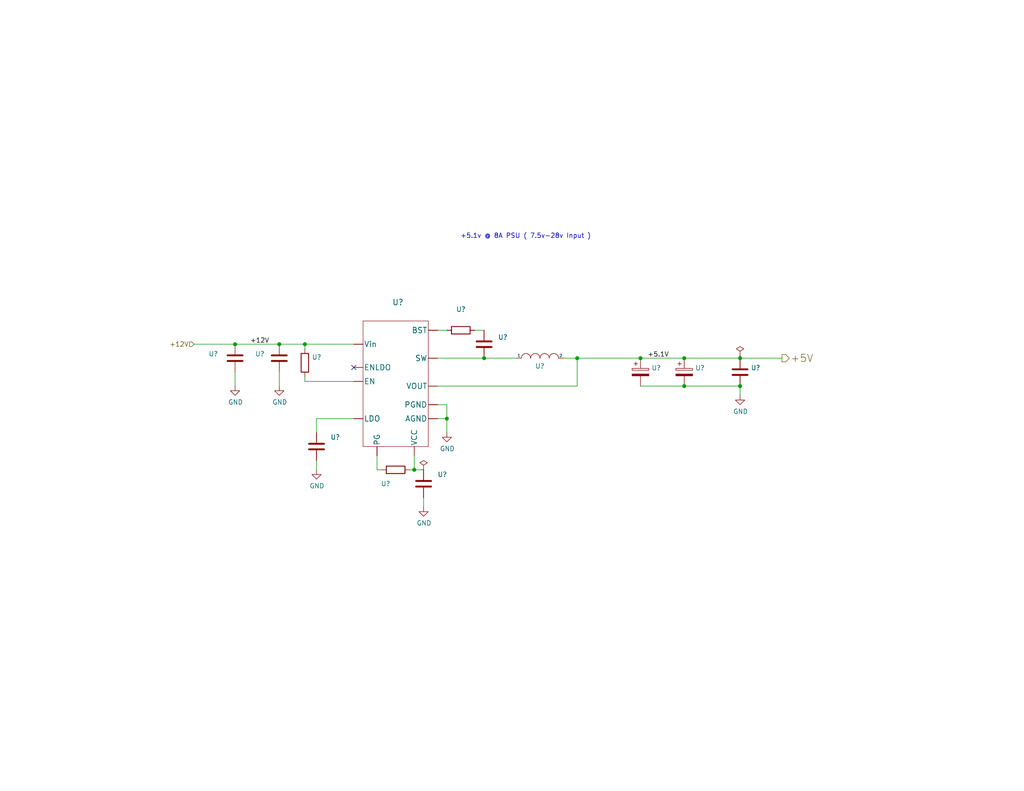
<source format=kicad_sch>
(kicad_sch (version 20220904) (generator eeschema)
  (paper "USLetter")
  (title_block (title "Penta-Pi") (date "2022-09-05") (rev "2.0") (comment 1 "fjc"))
  (lib_symbols
    (symbol "CM4IO:NB679A" (pin_numbers hide) (pin_names (offset 0.254))
      (property "Reference" "U" (at 15.24 13.97 0))
      (property "Value" "NB679A" (at 16.51 10.16 0))
      (symbol "NB679A_1_1"
        (polyline (pts (xy 7.62 -26.67) (xy 25.4 -26.67)) (stroke (width 0.127)))
        (polyline (pts (xy 7.62 7.62) (xy 7.62 -26.67)) (stroke (width 0.127)))
        (polyline (pts (xy 25.4 -26.67) (xy 25.4 7.62)) (stroke (width 0.127)))
        (polyline (pts (xy 25.4 7.62) (xy 7.62 7.62)) (stroke (width 0.127)))
        (pin power_in line (at 5.08 1.27 0) (length 2.54) (name "Vin") (number "1"))
        (pin power_in line (at 27.94 -19.05 180) (length 2.54) (name "AGND") (number "10"))
        (pin input line (at 5.08 -8.89 0) (length 2.54) (name "EN") (number "11"))
        (pin input line (at 5.08 -5.08 0) (length 2.54) (name "ENLDO") (number "12"))
        (pin power_in line (at 27.94 -15.24 180) (length 2.54) (name "PGND") (number "2"))
        (pin passive line (at 11.43 -29.21 90) (length 2.54) (name "PG") (number "3"))
        (pin no_connect line (at 5.08 -15.24 0) (length 2.54) hide (name "NC") (number "4"))
        (pin input line (at 27.94 -10.16 180) (length 2.54) (name "VOUT") (number "5"))
        (pin passive line (at 5.08 -19.05 0) (length 2.54) (name "LDO") (number "6"))
        (pin passive line (at 27.94 -2.54 180) (length 2.54) (name "SW") (number "7"))
        (pin passive line (at 27.94 5.08 180) (length 2.54) (name "BST") (number "8"))
        (pin power_in line (at 21.59 -29.21 90) (length 2.54) (name "VCC") (number "9"))
      )
    )
    (symbol "Device:C" (pin_numbers hide) (pin_names (offset 0.254))
      (property "Reference" "C" (at 0.635 2.54 0))
      (property "Value" "C" (at 0.635 -2.54 0))
      (symbol "C_0_1"
        (polyline (pts (xy -2.032 -0.762) (xy 2.032 -0.762)) (stroke (width 0.508)))
        (polyline (pts (xy -2.032 0.762) (xy 2.032 0.762)) (stroke (width 0.508)))
      )
      (symbol "C_1_1"
        (pin passive line (at 0 3.81 270) (length 2.794) (name "~") (number "1"))
        (pin passive line (at 0 -3.81 90) (length 2.794) (name "~") (number "2"))
      )
    )
    (symbol "Device:C_Polarized" (pin_numbers hide) (pin_names (offset 0.254))
      (property "Reference" "C" (at 0.635 2.54 0))
      (property "Value" "C_Polarized" (at 0.635 -2.54 0))
      (symbol "C_Polarized_0_1"
        (rectangle (start -2.286 0.508) (end 2.286 1.016))
        (polyline (pts (xy -1.778 2.286) (xy -0.762 2.286)))
        (polyline (pts (xy -1.27 2.794) (xy -1.27 1.778)))
        (rectangle (start 2.286 -0.508) (end -2.286 -1.016) (fill (type outline)))
      )
      (symbol "C_Polarized_1_1"
        (pin passive line (at 0 3.81 270) (length 2.794) (name "~") (number "1"))
        (pin passive line (at 0 -3.81 90) (length 2.794) (name "~") (number "2"))
      )
    )
    (symbol "Device:R" (pin_numbers hide) (pin_names (offset 0))
      (property "Reference" "R" (at 2.032 0 90))
      (property "Value" "R" (at 0 0 90))
      (symbol "R_0_1"
        (rectangle (start -1.016 -2.54) (end 1.016 2.54) (stroke (width 0.254)))
      )
      (symbol "R_1_1"
        (pin passive line (at 0 3.81 270) (length 1.27) (name "~") (number "1"))
        (pin passive line (at 0 -3.81 90) (length 1.27) (name "~") (number "2"))
      )
    )
    (symbol "power:GND" (power) (pin_names (offset 0))
      (property "Value" "GND" (at 0 -3.81 0))
      (symbol "GND_0_1"
        (polyline (pts (xy 0 0) (xy 0 -1.27) (xy 1.27 -1.27) (xy 0 -2.54) (xy -1.27 -1.27) (xy 0 -1.27)))
      )
      (symbol "GND_1_1"
        (pin power_in line (at 0 0 270) (length 0) hide (name "GND") (number "1"))
      )
    )
    (symbol "power:PWR_FLAG" (power) (pin_numbers hide) (pin_names (offset 0) hide)
      (property "Value" "PWR_FLAG" (at 0 3.81 0))
      (symbol "PWR_FLAG_0_0"
        (pin power_out line (at 0 0 90) (length 0) (name "pwr") (number "1"))
      )
      (symbol "PWR_FLAG_0_1"
        (polyline (pts (xy 0 0) (xy 0 1.27) (xy -1.016 1.905) (xy 0 2.54) (xy 1.016 1.905) (xy 0 1.27)))
      )
    )
    (symbol "pspice:INDUCTOR" (pin_numbers hide) (pin_names (offset 0))
      (property "Reference" "L" (at 0 2.54 0))
      (property "Value" "INDUCTOR" (at 0 -1.27 0))
      (symbol "INDUCTOR_0_1"
        (arc (start -2.54 0) (mid -3.81 1.27) (end -5.08 0))
        (arc (start 0 0) (mid -1.27 1.27) (end -2.54 0))
        (arc (start 2.54 0) (mid 1.27 1.27) (end 0 0))
        (arc (start 5.08 0) (mid 3.81 1.27) (end 2.54 0))
      )
      (symbol "INDUCTOR_1_1"
        (pin input line (at -6.35 0 0) (length 1.27) (name "1") (number "1"))
        (pin input line (at 6.35 0 180) (length 1.27) (name "2") (number "2"))
      )
    )
  )
  (junction (at 201.93 97.79) (diameter 0.9144))
  (junction (at 76.2 93.98) (diameter 0.9144))
  (junction (at 64.135 93.98) (diameter 0.9144))
  (junction (at 186.69 97.79) (diameter 0.9144))
  (junction (at 132.08 97.79) (diameter 0.9144))
  (junction (at 83.185 93.98) (diameter 0.9144))
  (junction (at 121.92 114.3) (diameter 0.9144))
  (junction (at 186.69 105.41))
  (junction (at 113.03 128.27) (diameter 0.9144))
  (junction (at 174.752 97.79))
  (junction (at 157.48 97.79) (diameter 0.9144))
  (junction (at 201.93 105.41) (diameter 0.9144))
  (no_connect (at 96.52 100.33))
  (wire (pts (xy 119.38 110.49) (xy 121.92 110.49)))
  (wire (pts (xy 201.93 97.79) (xy 213.36 97.79)))
  (wire (pts (xy 157.48 105.41) (xy 157.48 97.79)))
  (wire (pts (xy 86.36 114.3) (xy 96.52 114.3)))
  (wire (pts (xy 83.185 104.14) (xy 83.185 102.87)))
  (wire (pts (xy 64.135 93.98) (xy 76.2 93.98)))
  (wire (pts (xy 119.38 105.41) (xy 157.48 105.41)))
  (wire (pts (xy 113.03 128.27) (xy 113.03 124.46)))
  (wire (pts (xy 52.959 93.98) (xy 64.135 93.98)))
  (wire (pts (xy 186.69 105.41) (xy 201.93 105.41)))
  (wire (pts (xy 132.08 97.79) (xy 140.97 97.79)))
  (wire (pts (xy 102.87 128.27) (xy 104.14 128.27)))
  (wire (pts (xy 111.76 128.27) (xy 113.03 128.27)))
  (wire (pts (xy 83.185 104.14) (xy 96.52 104.14)))
  (wire (pts (xy 174.752 105.41) (xy 186.69 105.41)))
  (wire (pts (xy 113.03 128.27) (xy 115.57 128.27)))
  (wire (pts (xy 76.2 101.6) (xy 76.2 105.41)))
  (wire (pts (xy 86.36 125.73) (xy 86.36 128.27)))
  (wire (pts (xy 201.93 97.79) (xy 186.69 97.79)))
  (wire (pts (xy 121.92 118.11) (xy 121.92 114.3)))
  (wire (pts (xy 157.48 97.79) (xy 174.752 97.79)))
  (wire (pts (xy 119.38 114.3) (xy 121.92 114.3)))
  (wire (pts (xy 121.92 110.49) (xy 121.92 114.3)))
  (wire (pts (xy 83.185 93.98) (xy 83.185 95.25)))
  (wire (pts (xy 174.752 97.79) (xy 186.69 97.79)))
  (wire (pts (xy 153.67 97.79) (xy 157.48 97.79)))
  (wire (pts (xy 201.93 105.41) (xy 201.93 107.95)))
  (wire (pts (xy 119.38 97.79) (xy 132.08 97.79)))
  (wire (pts (xy 129.54 90.17) (xy 132.08 90.17)))
  (wire (pts (xy 201.93 97.155) (xy 201.93 97.79)))
  (wire (pts (xy 119.38 90.17) (xy 121.92 90.17)))
  (wire (pts (xy 64.135 101.6) (xy 64.135 105.41)))
  (wire (pts (xy 86.36 118.11) (xy 86.36 114.3)))
  (wire (pts (xy 76.2 93.98) (xy 83.185 93.98)))
  (wire (pts (xy 83.185 93.98) (xy 96.52 93.98)))
  (wire (pts (xy 102.87 124.46) (xy 102.87 128.27)))
  (wire (pts (xy 115.57 135.89) (xy 115.57 138.43)))
  (text "+5.1v @ 8A PSU ( 7.5v-28v Input )" (at 161.29 65.278 0) (effects (font (size 1.27 1.27)) (justify right bottom)))
  (label "+5.1V" (at 176.657 97.79 0))
  (label "+12V" (at 68.199 93.98 0))
  (hierarchical_label "+12V" (shape input) (at 52.959 93.98 180))
  (hierarchical_label "+5V" (shape output) (at 213.36 97.79 0) (effects (font (size 2.007 2.007))))
  (symbol (lib_id "Device:C_Polarized") (at 186.69 101.6 0) (unit 1)
    (default_instance (reference "") (unit 1) (value "") (footprint ""))
    (property "Datasheet" "https://datasheets.avx.com/TPS.pdf" (effects hide))
    (property "Part Description" "CAP TANT 100UF 10% 10V 2917" (effects hide))
    (property "LCSC Part Number" "C171666" (effects hide))
  )
  (symbol (lib_id "Device:C_Polarized") (at 174.752 101.6 0) (unit 1)
    (default_instance (reference "") (unit 1) (value "") (footprint ""))
    (property "Datasheet" "https://datasheets.avx.com/TPS.pdf" (effects hide))
    (property "Part Description" "CAP TANT 100UF 10% 10V 2917" (effects hide))
    (property "LCSC Part Number" "C16133" (effects hide))
  )
  (symbol (lib_id "power:PWR_FLAG") (at 115.57 128.27 0) (unit 1)
    (default_instance (reference "") (unit 1) (value "") (footprint ""))
  )
  (symbol (lib_id "power:GND") (at 64.135 105.41 0) (unit 1)
    (default_instance (reference "") (unit 1) (value "") (footprint ""))
  )
  (symbol (lib_id "Device:C") (at 76.2 97.79 0) (unit 1)
    (default_instance (reference "") (unit 1) (value "") (footprint ""))
    (property "Datasheet" "https://media.digikey.com/pdf/Data%20Sheets/Samsung%20PDFs/CL_Series_MLCC_ds.pdf" (effects hide))
    (property "Part Description" "CAP CER 10UF 25V X5R 0805" (effects hide))
    (property "LCSC Part Number" "C440198" (effects hide))
  )
  (symbol (lib_id "Device:C") (at 115.57 132.08 0) (unit 1)
    (default_instance (reference "") (unit 1) (value "") (footprint ""))
    (property "Datasheet" "https://search.murata.co.jp/Ceramy/image/img/A01X/G101/ENG/GRM155R71C104KA88-01.pdf" (effects hide))
    (property "Part Description" "CAP CER 1UF 6.3V X5R 0603" (effects hide))
    (property "LCSC Part Number" "C15849" (effects hide))
  )
  (symbol (lib_id "Device:R") (at 107.95 128.27 90) (unit 1)
    (default_instance (reference "") (unit 1) (value "") (footprint ""))
    (property "Part Description" "RES 100K OHM 1% 1/10W 0603" (effects hide))
    (property "LCSC Part Number" "C25803" (effects hide))
  )
  (symbol (lib_id "Device:C") (at 132.08 93.98 0) (unit 1)
    (default_instance (reference "") (unit 1) (value "") (footprint ""))
    (property "Datasheet" "http://www.samsungsem.com/kr/support/product-search/mlcc/CL10B224KO8NNNC.jsp" (effects hide))
    (property "Part Description" "CAP CER 0.22UF 25V X5R 0603" (effects hide))
    (property "LCSC Part Number" "C21120" (effects hide))
  )
  (symbol (lib_id "Device:R") (at 83.185 99.06 0) (unit 1)
    (default_instance (reference "") (unit 1) (value "") (footprint ""))
    (property "Part Description" "RES 100K OHM 1% 1/10W 0603" (effects hide))
    (property "LCSC Part Number" "C25803" (effects hide))
  )
  (symbol (lib_id "pspice:INDUCTOR") (at 147.32 97.79 0) (unit 1)
    (default_instance (reference "") (unit 1) (value "") (footprint ""))
    (property "Datasheet" "http://www.farnell.com/datasheets/2163192.pdf" (effects hide))
    (property "Manufacturer" "Bourns" (effects hide))
    (property "Part Description" "Power Inductor (SMD), 1.4 µH, 8.2 A, Semishielded" (effects hide))
    (property "Manuf Partno" "SRN8040TA-1R4Y" (effects hide))
    (property "LCSC Part Number" "C257268" (effects hide))
  )
  (symbol (lib_id "Device:C") (at 64.135 97.79 0) (unit 1)
    (default_instance (reference "") (unit 1) (value "") (footprint ""))
    (property "Datasheet" "https://media.digikey.com/pdf/Data%20Sheets/Samsung%20PDFs/CL_Series_MLCC_ds.pdf" (effects hide))
    (property "Part Description" "CAP CER 10UF 25V X5R 0805" (effects hide))
    (property "LCSC Part Number" "C440198" (effects hide))
  )
  (symbol (lib_id "Device:C") (at 201.93 101.6 0) (unit 1)
    (default_instance (reference "") (unit 1) (value "") (footprint ""))
    (property "Datasheet" "http://www.samsungsem.com/kr/support/product-search/mlcc/CL21B106KPQNNNE.jsp" (effects hide))
    (property "Part Description" "CAP CER 10UF 6.3V X5R 0603" (effects hide))
    (property "LCSC Part Number" "C19702" (effects hide))
  )
  (symbol (lib_id "power:GND") (at 86.36 128.27 0) (unit 1)
    (default_instance (reference "") (unit 1) (value "") (footprint ""))
  )
  (symbol (lib_id "power:GND") (at 76.2 105.41 0) (unit 1)
    (default_instance (reference "") (unit 1) (value "") (footprint ""))
  )
  (symbol (lib_id "CM4IO:NB679A") (at 91.44 95.25 0) (unit 1)
    (default_instance (reference "") (unit 1) (value "") (footprint ""))
    (property "Datasheet" "https://www.monolithicpower.com/en/nb679a.html" (effects hide))
    (property "Manufacturer" "MPS" (effects hide))
    (property "Manuf Partno" "NB679AGD-P " (effects hide))
    (property "Part Description" "DC/DC Switching Regulator, Fixed, Sync Buck, 700kHz, 5.1V/8A Out, QFN-12" (effects hide))
  )
  (symbol (lib_id "Device:R") (at 125.73 90.17 270) (unit 1)
    (default_instance (reference "") (unit 1) (value "") (footprint ""))
    (property "Part Description" "RES 3.3 OHM 1% 1/10W 0603" (effects hide))
    (property "LCSC Part Number" "C22979" (effects hide))
  )
  (symbol (lib_id "power:GND") (at 201.93 107.95 0) (unit 1)
    (default_instance (reference "") (unit 1) (value "") (footprint ""))
  )
  (symbol (lib_id "power:PWR_FLAG") (at 201.93 97.155 0) (unit 1)
    (default_instance (reference "") (unit 1) (value "") (footprint ""))
  )
  (symbol (lib_id "power:GND") (at 115.57 138.43 0) (unit 1)
    (default_instance (reference "") (unit 1) (value "") (footprint ""))
  )
  (symbol (lib_id "power:GND") (at 121.92 118.11 0) (unit 1)
    (default_instance (reference "") (unit 1) (value "") (footprint ""))
  )
  (symbol (lib_id "Device:C") (at 86.36 121.92 0) (unit 1)
    (default_instance (reference "") (unit 1) (value "") (footprint ""))
    (property "Datasheet" "http://www.samsungsem.com/kr/support/product-search/mlcc/CL21B106KPQNNNE.jsp" (effects hide))
    (property "Part Description" "CAP CER 10UF 6.3V X5R 0603" (effects hide))
    (property "LCSC Part Number" "C19702" (effects hide))
  )
)
</source>
